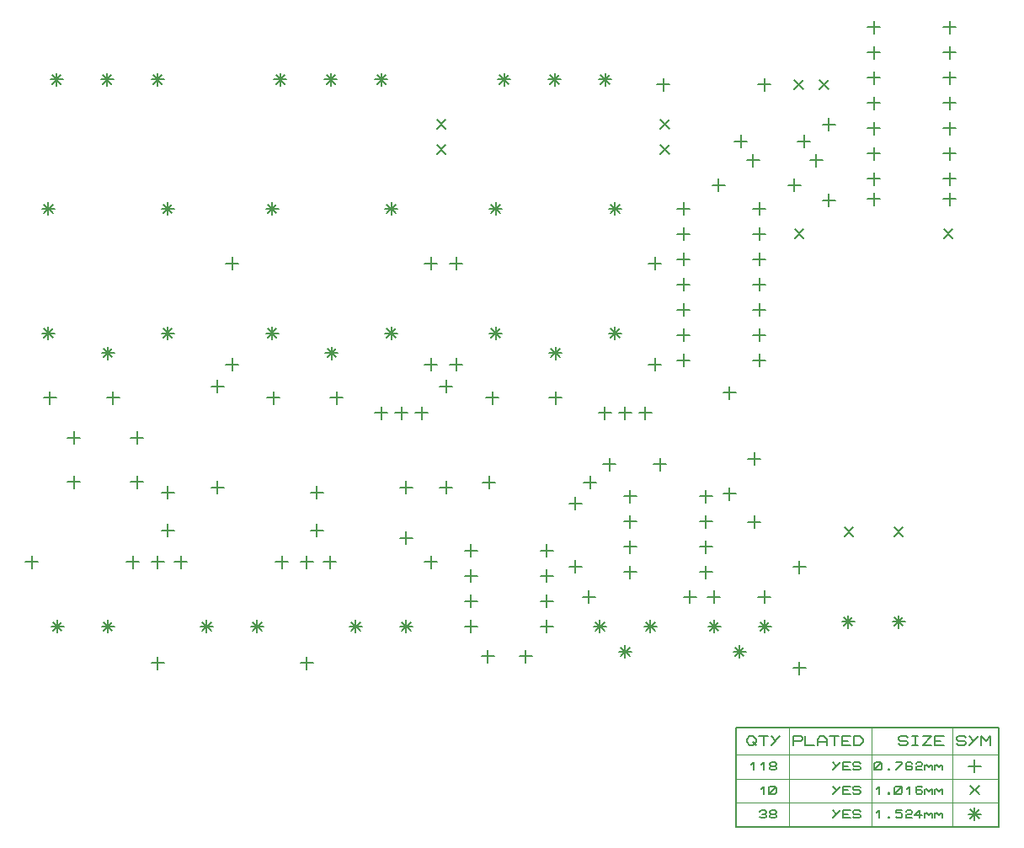
<source format=gbr>
G04 PROTEUS RS274X GERBER FILE*
%FSLAX45Y45*%
%MOMM*%
G01*
%ADD20C,0.203200*%
%ADD21C,0.127000*%
%ADD22C,0.063500*%
D20*
X-992000Y+863500D02*
X-992000Y+736500D01*
X-928500Y+800000D02*
X-1055500Y+800000D01*
X-947099Y+844901D02*
X-1036901Y+755099D01*
X-947099Y+755099D02*
X-1036901Y+844901D01*
X-1500000Y+863500D02*
X-1500000Y+736500D01*
X-1436500Y+800000D02*
X-1563500Y+800000D01*
X-1455099Y+844901D02*
X-1544901Y+755099D01*
X-1455099Y+755099D02*
X-1544901Y+844901D01*
X-3942000Y+6313500D02*
X-3942000Y+6186500D01*
X-3878500Y+6250000D02*
X-4005500Y+6250000D01*
X-3897099Y+6294901D02*
X-3986901Y+6205099D01*
X-3897099Y+6205099D02*
X-3986901Y+6294901D01*
X-4450000Y+6313500D02*
X-4450000Y+6186500D01*
X-4386500Y+6250000D02*
X-4513500Y+6250000D01*
X-4405099Y+6294901D02*
X-4494901Y+6205099D01*
X-4405099Y+6205099D02*
X-4494901Y+6294901D01*
X-4958000Y+6313500D02*
X-4958000Y+6186500D01*
X-4894500Y+6250000D02*
X-5021500Y+6250000D01*
X-4913099Y+6294901D02*
X-5002901Y+6205099D01*
X-4913099Y+6205099D02*
X-5002901Y+6294901D01*
X-8442000Y+6313500D02*
X-8442000Y+6186500D01*
X-8378500Y+6250000D02*
X-8505500Y+6250000D01*
X-8397099Y+6294901D02*
X-8486901Y+6205099D01*
X-8397099Y+6205099D02*
X-8486901Y+6294901D01*
X-8950000Y+6313500D02*
X-8950000Y+6186500D01*
X-8886500Y+6250000D02*
X-9013500Y+6250000D01*
X-8905099Y+6294901D02*
X-8994901Y+6205099D01*
X-8905099Y+6205099D02*
X-8994901Y+6294901D01*
X-9458000Y+6313500D02*
X-9458000Y+6186500D01*
X-9394500Y+6250000D02*
X-9521500Y+6250000D01*
X-9413099Y+6294901D02*
X-9502901Y+6205099D01*
X-9413099Y+6205099D02*
X-9502901Y+6294901D01*
X-6192000Y+6313500D02*
X-6192000Y+6186500D01*
X-6128500Y+6250000D02*
X-6255500Y+6250000D01*
X-6147099Y+6294901D02*
X-6236901Y+6205099D01*
X-6147099Y+6205099D02*
X-6236901Y+6294901D01*
X-6700000Y+6313500D02*
X-6700000Y+6186500D01*
X-6636500Y+6250000D02*
X-6763500Y+6250000D01*
X-6655099Y+6294901D02*
X-6744901Y+6205099D01*
X-6655099Y+6205099D02*
X-6744901Y+6294901D01*
X-7208000Y+6313500D02*
X-7208000Y+6186500D01*
X-7144500Y+6250000D02*
X-7271500Y+6250000D01*
X-7163099Y+6294901D02*
X-7252901Y+6205099D01*
X-7163099Y+6205099D02*
X-7252901Y+6294901D01*
X-3842000Y+3763500D02*
X-3842000Y+3636500D01*
X-3778500Y+3700000D02*
X-3905500Y+3700000D01*
X-3797099Y+3744901D02*
X-3886901Y+3655099D01*
X-3797099Y+3655099D02*
X-3886901Y+3744901D01*
X-5042000Y+3763500D02*
X-5042000Y+3636500D01*
X-4978500Y+3700000D02*
X-5105500Y+3700000D01*
X-4997099Y+3744901D02*
X-5086901Y+3655099D01*
X-4997099Y+3655099D02*
X-5086901Y+3744901D01*
X-4442000Y+3563500D02*
X-4442000Y+3436500D01*
X-4378500Y+3500000D02*
X-4505500Y+3500000D01*
X-4397099Y+3544901D02*
X-4486901Y+3455099D01*
X-4397099Y+3455099D02*
X-4486901Y+3544901D01*
X-5042000Y+5013500D02*
X-5042000Y+4886500D01*
X-4978500Y+4950000D02*
X-5105500Y+4950000D01*
X-4997099Y+4994901D02*
X-5086901Y+4905099D01*
X-4997099Y+4905099D02*
X-5086901Y+4994901D01*
X-3842000Y+5013500D02*
X-3842000Y+4886500D01*
X-3778500Y+4950000D02*
X-3905500Y+4950000D01*
X-3797099Y+4994901D02*
X-3886901Y+4905099D01*
X-3797099Y+4905099D02*
X-3886901Y+4994901D01*
X-6092000Y+3763500D02*
X-6092000Y+3636500D01*
X-6028500Y+3700000D02*
X-6155500Y+3700000D01*
X-6047099Y+3744901D02*
X-6136901Y+3655099D01*
X-6047099Y+3655099D02*
X-6136901Y+3744901D01*
X-7292000Y+3763500D02*
X-7292000Y+3636500D01*
X-7228500Y+3700000D02*
X-7355500Y+3700000D01*
X-7247099Y+3744901D02*
X-7336901Y+3655099D01*
X-7247099Y+3655099D02*
X-7336901Y+3744901D01*
X-6692000Y+3563500D02*
X-6692000Y+3436500D01*
X-6628500Y+3500000D02*
X-6755500Y+3500000D01*
X-6647099Y+3544901D02*
X-6736901Y+3455099D01*
X-6647099Y+3455099D02*
X-6736901Y+3544901D01*
X-7292000Y+5013500D02*
X-7292000Y+4886500D01*
X-7228500Y+4950000D02*
X-7355500Y+4950000D01*
X-7247099Y+4994901D02*
X-7336901Y+4905099D01*
X-7247099Y+4905099D02*
X-7336901Y+4994901D01*
X-6092000Y+5013500D02*
X-6092000Y+4886500D01*
X-6028500Y+4950000D02*
X-6155500Y+4950000D01*
X-6047099Y+4994901D02*
X-6136901Y+4905099D01*
X-6047099Y+4905099D02*
X-6136901Y+4994901D01*
X-8342000Y+3763500D02*
X-8342000Y+3636500D01*
X-8278500Y+3700000D02*
X-8405500Y+3700000D01*
X-8297099Y+3744901D02*
X-8386901Y+3655099D01*
X-8297099Y+3655099D02*
X-8386901Y+3744901D01*
X-9542000Y+3763500D02*
X-9542000Y+3636500D01*
X-9478500Y+3700000D02*
X-9605500Y+3700000D01*
X-9497099Y+3744901D02*
X-9586901Y+3655099D01*
X-9497099Y+3655099D02*
X-9586901Y+3744901D01*
X-8942000Y+3563500D02*
X-8942000Y+3436500D01*
X-8878500Y+3500000D02*
X-9005500Y+3500000D01*
X-8897099Y+3544901D02*
X-8986901Y+3455099D01*
X-8897099Y+3455099D02*
X-8986901Y+3544901D01*
X-9542000Y+5013500D02*
X-9542000Y+4886500D01*
X-9478500Y+4950000D02*
X-9605500Y+4950000D01*
X-9497099Y+4994901D02*
X-9586901Y+4905099D01*
X-9497099Y+4905099D02*
X-9586901Y+4994901D01*
X-8342000Y+5013500D02*
X-8342000Y+4886500D01*
X-8278500Y+4950000D02*
X-8405500Y+4950000D01*
X-8297099Y+4994901D02*
X-8386901Y+4905099D01*
X-8297099Y+4905099D02*
X-8386901Y+4994901D01*
X-5942000Y+813500D02*
X-5942000Y+686500D01*
X-5878500Y+750000D02*
X-6005500Y+750000D01*
X-5897099Y+794901D02*
X-5986901Y+705099D01*
X-5897099Y+705099D02*
X-5986901Y+794901D01*
X-6450000Y+813500D02*
X-6450000Y+686500D01*
X-6386500Y+750000D02*
X-6513500Y+750000D01*
X-6405099Y+794901D02*
X-6494901Y+705099D01*
X-6405099Y+705099D02*
X-6494901Y+794901D01*
X-7442000Y+813500D02*
X-7442000Y+686500D01*
X-7378500Y+750000D02*
X-7505500Y+750000D01*
X-7397099Y+794901D02*
X-7486901Y+705099D01*
X-7397099Y+705099D02*
X-7486901Y+794901D01*
X-7950000Y+813500D02*
X-7950000Y+686500D01*
X-7886500Y+750000D02*
X-8013500Y+750000D01*
X-7905099Y+794901D02*
X-7994901Y+705099D01*
X-7905099Y+705099D02*
X-7994901Y+794901D01*
X-8942000Y+813500D02*
X-8942000Y+686500D01*
X-8878500Y+750000D02*
X-9005500Y+750000D01*
X-8897099Y+794901D02*
X-8986901Y+705099D01*
X-8897099Y+705099D02*
X-8986901Y+794901D01*
X-9450000Y+813500D02*
X-9450000Y+686500D01*
X-9386500Y+750000D02*
X-9513500Y+750000D01*
X-9405099Y+794901D02*
X-9494901Y+705099D01*
X-9405099Y+705099D02*
X-9494901Y+794901D01*
X-947099Y+1744901D02*
X-1036901Y+1655099D01*
X-947099Y+1655099D02*
X-1036901Y+1744901D01*
X-1447099Y+1744901D02*
X-1536901Y+1655099D01*
X-1447099Y+1655099D02*
X-1536901Y+1744901D01*
X-447099Y+4744901D02*
X-536901Y+4655099D01*
X-447099Y+4655099D02*
X-536901Y+4744901D01*
X-1947099Y+4744901D02*
X-2036901Y+4655099D01*
X-1947099Y+4655099D02*
X-2036901Y+4744901D01*
X-6942000Y+1463500D02*
X-6942000Y+1336500D01*
X-6878500Y+1400000D02*
X-7005500Y+1400000D01*
X-6942000Y+447500D02*
X-6942000Y+320500D01*
X-6878500Y+384000D02*
X-7005500Y+384000D01*
X-8442000Y+1463500D02*
X-8442000Y+1336500D01*
X-8378500Y+1400000D02*
X-8505500Y+1400000D01*
X-8442000Y+447500D02*
X-8442000Y+320500D01*
X-8378500Y+384000D02*
X-8505500Y+384000D01*
X-8692000Y+1463500D02*
X-8692000Y+1336500D01*
X-8628500Y+1400000D02*
X-8755500Y+1400000D01*
X-9708000Y+1463500D02*
X-9708000Y+1336500D01*
X-9644500Y+1400000D02*
X-9771500Y+1400000D01*
X-4442000Y+3113500D02*
X-4442000Y+2986500D01*
X-4378500Y+3050000D02*
X-4505500Y+3050000D01*
X-5077000Y+3113500D02*
X-5077000Y+2986500D01*
X-5013500Y+3050000D02*
X-5140500Y+3050000D01*
X-6642000Y+3113500D02*
X-6642000Y+2986500D01*
X-6578500Y+3050000D02*
X-6705500Y+3050000D01*
X-7277000Y+3113500D02*
X-7277000Y+2986500D01*
X-7213500Y+3050000D02*
X-7340500Y+3050000D01*
X-8892000Y+3113500D02*
X-8892000Y+2986500D01*
X-8828500Y+3050000D02*
X-8955500Y+3050000D01*
X-9527000Y+3113500D02*
X-9527000Y+2986500D01*
X-9463500Y+3050000D02*
X-9590500Y+3050000D01*
X-6195200Y+2963500D02*
X-6195200Y+2836500D01*
X-6131700Y+2900000D02*
X-6258700Y+2900000D01*
X-5992000Y+2963500D02*
X-5992000Y+2836500D01*
X-5928500Y+2900000D02*
X-6055500Y+2900000D01*
X-5788800Y+2963500D02*
X-5788800Y+2836500D01*
X-5725300Y+2900000D02*
X-5852300Y+2900000D01*
X-3945200Y+2963500D02*
X-3945200Y+2836500D01*
X-3881700Y+2900000D02*
X-4008700Y+2900000D01*
X-3742000Y+2963500D02*
X-3742000Y+2836500D01*
X-3678500Y+2900000D02*
X-3805500Y+2900000D01*
X-3538800Y+2963500D02*
X-3538800Y+2836500D01*
X-3475300Y+2900000D02*
X-3602300Y+2900000D01*
X-5542000Y+3229500D02*
X-5542000Y+3102500D01*
X-5478500Y+3166000D02*
X-5605500Y+3166000D01*
X-5542000Y+2213500D02*
X-5542000Y+2086500D01*
X-5478500Y+2150000D02*
X-5605500Y+2150000D01*
X-7842000Y+3229500D02*
X-7842000Y+3102500D01*
X-7778500Y+3166000D02*
X-7905500Y+3166000D01*
X-7842000Y+2213500D02*
X-7842000Y+2086500D01*
X-7778500Y+2150000D02*
X-7905500Y+2150000D01*
X-5692000Y+1463500D02*
X-5692000Y+1336500D01*
X-5628500Y+1400000D02*
X-5755500Y+1400000D01*
X-6708000Y+1463500D02*
X-6708000Y+1336500D01*
X-6644500Y+1400000D02*
X-6771500Y+1400000D01*
X-7192000Y+1463500D02*
X-7192000Y+1336500D01*
X-7128500Y+1400000D02*
X-7255500Y+1400000D01*
X-8208000Y+1463500D02*
X-8208000Y+1336500D01*
X-8144500Y+1400000D02*
X-8271500Y+1400000D01*
X-6842000Y+2163500D02*
X-6842000Y+2036500D01*
X-6778500Y+2100000D02*
X-6905500Y+2100000D01*
X-6842000Y+1782500D02*
X-6842000Y+1655500D01*
X-6778500Y+1719000D02*
X-6905500Y+1719000D01*
X-8342000Y+2163500D02*
X-8342000Y+2036500D01*
X-8278500Y+2100000D02*
X-8405500Y+2100000D01*
X-8342000Y+1782500D02*
X-8342000Y+1655500D01*
X-8278500Y+1719000D02*
X-8405500Y+1719000D01*
X-2846000Y+813500D02*
X-2846000Y+686500D01*
X-2782500Y+750000D02*
X-2909500Y+750000D01*
X-2801099Y+794901D02*
X-2890901Y+705099D01*
X-2801099Y+705099D02*
X-2890901Y+794901D01*
X-2338000Y+813500D02*
X-2338000Y+686500D01*
X-2274500Y+750000D02*
X-2401500Y+750000D01*
X-2293099Y+794901D02*
X-2382901Y+705099D01*
X-2293099Y+705099D02*
X-2382901Y+794901D01*
X-2592000Y+559500D02*
X-2592000Y+432500D01*
X-2528500Y+496000D02*
X-2655500Y+496000D01*
X-2547099Y+540901D02*
X-2636901Y+451099D01*
X-2547099Y+451099D02*
X-2636901Y+540901D01*
X-3996000Y+813500D02*
X-3996000Y+686500D01*
X-3932500Y+750000D02*
X-4059500Y+750000D01*
X-3951099Y+794901D02*
X-4040901Y+705099D01*
X-3951099Y+705099D02*
X-4040901Y+794901D01*
X-3488000Y+813500D02*
X-3488000Y+686500D01*
X-3424500Y+750000D02*
X-3551500Y+750000D01*
X-3443099Y+794901D02*
X-3532901Y+705099D01*
X-3443099Y+705099D02*
X-3532901Y+794901D01*
X-3742000Y+559500D02*
X-3742000Y+432500D01*
X-3678500Y+496000D02*
X-3805500Y+496000D01*
X-3697099Y+540901D02*
X-3786901Y+451099D01*
X-3697099Y+451099D02*
X-3786901Y+540901D01*
X-5292000Y+813500D02*
X-5292000Y+686500D01*
X-5228500Y+750000D02*
X-5355500Y+750000D01*
X-5292000Y+1067500D02*
X-5292000Y+940500D01*
X-5228500Y+1004000D02*
X-5355500Y+1004000D01*
X-5292000Y+1321500D02*
X-5292000Y+1194500D01*
X-5228500Y+1258000D02*
X-5355500Y+1258000D01*
X-5292000Y+1575500D02*
X-5292000Y+1448500D01*
X-5228500Y+1512000D02*
X-5355500Y+1512000D01*
X-4530000Y+1575500D02*
X-4530000Y+1448500D01*
X-4466500Y+1512000D02*
X-4593500Y+1512000D01*
X-4530000Y+1321500D02*
X-4530000Y+1194500D01*
X-4466500Y+1258000D02*
X-4593500Y+1258000D01*
X-4530000Y+1067500D02*
X-4530000Y+940500D01*
X-4466500Y+1004000D02*
X-4593500Y+1004000D01*
X-4530000Y+813500D02*
X-4530000Y+686500D01*
X-4466500Y+750000D02*
X-4593500Y+750000D01*
X-3692000Y+1363500D02*
X-3692000Y+1236500D01*
X-3628500Y+1300000D02*
X-3755500Y+1300000D01*
X-3692000Y+1617500D02*
X-3692000Y+1490500D01*
X-3628500Y+1554000D02*
X-3755500Y+1554000D01*
X-3692000Y+1871500D02*
X-3692000Y+1744500D01*
X-3628500Y+1808000D02*
X-3755500Y+1808000D01*
X-3692000Y+2125500D02*
X-3692000Y+1998500D01*
X-3628500Y+2062000D02*
X-3755500Y+2062000D01*
X-2930000Y+2125500D02*
X-2930000Y+1998500D01*
X-2866500Y+2062000D02*
X-2993500Y+2062000D01*
X-2930000Y+1871500D02*
X-2930000Y+1744500D01*
X-2866500Y+1808000D02*
X-2993500Y+1808000D01*
X-2930000Y+1617500D02*
X-2930000Y+1490500D01*
X-2866500Y+1554000D02*
X-2993500Y+1554000D01*
X-2930000Y+1363500D02*
X-2930000Y+1236500D01*
X-2866500Y+1300000D02*
X-2993500Y+1300000D01*
X-2442000Y+1863500D02*
X-2442000Y+1736500D01*
X-2378500Y+1800000D02*
X-2505500Y+1800000D01*
X-2442000Y+2498500D02*
X-2442000Y+2371500D01*
X-2378500Y+2435000D02*
X-2505500Y+2435000D01*
X-4242000Y+1418500D02*
X-4242000Y+1291500D01*
X-4178500Y+1355000D02*
X-4305500Y+1355000D01*
X-4242000Y+2053500D02*
X-4242000Y+1926500D01*
X-4178500Y+1990000D02*
X-4305500Y+1990000D01*
X-4092000Y+2263500D02*
X-4092000Y+2136500D01*
X-4028500Y+2200000D02*
X-4155500Y+2200000D01*
X-5108000Y+2263500D02*
X-5108000Y+2136500D01*
X-5044500Y+2200000D02*
X-5171500Y+2200000D01*
X-2692000Y+3163500D02*
X-2692000Y+3036500D01*
X-2628500Y+3100000D02*
X-2755500Y+3100000D01*
X-2692000Y+2147500D02*
X-2692000Y+2020500D01*
X-2628500Y+2084000D02*
X-2755500Y+2084000D01*
X-5442000Y+4463500D02*
X-5442000Y+4336500D01*
X-5378500Y+4400000D02*
X-5505500Y+4400000D01*
X-5442000Y+3447500D02*
X-5442000Y+3320500D01*
X-5378500Y+3384000D02*
X-5505500Y+3384000D01*
X-5692000Y+4463500D02*
X-5692000Y+4336500D01*
X-5628500Y+4400000D02*
X-5755500Y+4400000D01*
X-5692000Y+3447500D02*
X-5692000Y+3320500D01*
X-5628500Y+3384000D02*
X-5755500Y+3384000D01*
X-7692000Y+4463500D02*
X-7692000Y+4336500D01*
X-7628500Y+4400000D02*
X-7755500Y+4400000D01*
X-7692000Y+3447500D02*
X-7692000Y+3320500D01*
X-7628500Y+3384000D02*
X-7755500Y+3384000D01*
X-3442000Y+4463500D02*
X-3442000Y+4336500D01*
X-3378500Y+4400000D02*
X-3505500Y+4400000D01*
X-3442000Y+3447500D02*
X-3442000Y+3320500D01*
X-3378500Y+3384000D02*
X-3505500Y+3384000D01*
X-5547099Y+5844901D02*
X-5636901Y+5755099D01*
X-5547099Y+5755099D02*
X-5636901Y+5844901D01*
X-5547099Y+5590901D02*
X-5636901Y+5501099D01*
X-5547099Y+5501099D02*
X-5636901Y+5590901D01*
X-3297099Y+5844901D02*
X-3386901Y+5755099D01*
X-3297099Y+5755099D02*
X-3386901Y+5844901D01*
X-3297099Y+5590901D02*
X-3386901Y+5501099D01*
X-3297099Y+5501099D02*
X-3386901Y+5590901D01*
X-5942000Y+1705500D02*
X-5942000Y+1578500D01*
X-5878500Y+1642000D02*
X-6005500Y+1642000D01*
X-5942000Y+2213500D02*
X-5942000Y+2086500D01*
X-5878500Y+2150000D02*
X-6005500Y+2150000D01*
X-1242000Y+5313500D02*
X-1242000Y+5186500D01*
X-1178500Y+5250000D02*
X-1305500Y+5250000D01*
X-1242000Y+5567500D02*
X-1242000Y+5440500D01*
X-1178500Y+5504000D02*
X-1305500Y+5504000D01*
X-1242000Y+5821500D02*
X-1242000Y+5694500D01*
X-1178500Y+5758000D02*
X-1305500Y+5758000D01*
X-1242000Y+6075500D02*
X-1242000Y+5948500D01*
X-1178500Y+6012000D02*
X-1305500Y+6012000D01*
X-1242000Y+6329500D02*
X-1242000Y+6202500D01*
X-1178500Y+6266000D02*
X-1305500Y+6266000D01*
X-1242000Y+6583500D02*
X-1242000Y+6456500D01*
X-1178500Y+6520000D02*
X-1305500Y+6520000D01*
X-1242000Y+6837500D02*
X-1242000Y+6710500D01*
X-1178500Y+6774000D02*
X-1305500Y+6774000D01*
X-480000Y+6837500D02*
X-480000Y+6710500D01*
X-416500Y+6774000D02*
X-543500Y+6774000D01*
X-480000Y+6583500D02*
X-480000Y+6456500D01*
X-416500Y+6520000D02*
X-543500Y+6520000D01*
X-480000Y+6329500D02*
X-480000Y+6202500D01*
X-416500Y+6266000D02*
X-543500Y+6266000D01*
X-480000Y+6075500D02*
X-480000Y+5948500D01*
X-416500Y+6012000D02*
X-543500Y+6012000D01*
X-480000Y+5821500D02*
X-480000Y+5694500D01*
X-416500Y+5758000D02*
X-543500Y+5758000D01*
X-480000Y+5567500D02*
X-480000Y+5440500D01*
X-416500Y+5504000D02*
X-543500Y+5504000D01*
X-480000Y+5313500D02*
X-480000Y+5186500D01*
X-416500Y+5250000D02*
X-543500Y+5250000D01*
X-2392000Y+5013500D02*
X-2392000Y+4886500D01*
X-2328500Y+4950000D02*
X-2455500Y+4950000D01*
X-2392000Y+4759500D02*
X-2392000Y+4632500D01*
X-2328500Y+4696000D02*
X-2455500Y+4696000D01*
X-2392000Y+4505500D02*
X-2392000Y+4378500D01*
X-2328500Y+4442000D02*
X-2455500Y+4442000D01*
X-2392000Y+4251500D02*
X-2392000Y+4124500D01*
X-2328500Y+4188000D02*
X-2455500Y+4188000D01*
X-2392000Y+3997500D02*
X-2392000Y+3870500D01*
X-2328500Y+3934000D02*
X-2455500Y+3934000D01*
X-2392000Y+3743500D02*
X-2392000Y+3616500D01*
X-2328500Y+3680000D02*
X-2455500Y+3680000D01*
X-2392000Y+3489500D02*
X-2392000Y+3362500D01*
X-2328500Y+3426000D02*
X-2455500Y+3426000D01*
X-3154000Y+3489500D02*
X-3154000Y+3362500D01*
X-3090500Y+3426000D02*
X-3217500Y+3426000D01*
X-3154000Y+3743500D02*
X-3154000Y+3616500D01*
X-3090500Y+3680000D02*
X-3217500Y+3680000D01*
X-3154000Y+3997500D02*
X-3154000Y+3870500D01*
X-3090500Y+3934000D02*
X-3217500Y+3934000D01*
X-3154000Y+4251500D02*
X-3154000Y+4124500D01*
X-3090500Y+4188000D02*
X-3217500Y+4188000D01*
X-3154000Y+4505500D02*
X-3154000Y+4378500D01*
X-3090500Y+4442000D02*
X-3217500Y+4442000D01*
X-3154000Y+4759500D02*
X-3154000Y+4632500D01*
X-3090500Y+4696000D02*
X-3217500Y+4696000D01*
X-3154000Y+5013500D02*
X-3154000Y+4886500D01*
X-3090500Y+4950000D02*
X-3217500Y+4950000D01*
X-1692000Y+5101500D02*
X-1692000Y+4974500D01*
X-1628500Y+5038000D02*
X-1755500Y+5038000D01*
X-1692000Y+5863500D02*
X-1692000Y+5736500D01*
X-1628500Y+5800000D02*
X-1755500Y+5800000D01*
X-480000Y+5113500D02*
X-480000Y+4986500D01*
X-416500Y+5050000D02*
X-543500Y+5050000D01*
X-1242000Y+5113500D02*
X-1242000Y+4986500D01*
X-1178500Y+5050000D02*
X-1305500Y+5050000D01*
X-1697099Y+6244901D02*
X-1786901Y+6155099D01*
X-1697099Y+6155099D02*
X-1786901Y+6244901D01*
X-1951099Y+6244901D02*
X-2040901Y+6155099D01*
X-1951099Y+6155099D02*
X-2040901Y+6244901D01*
X-2342000Y+6263500D02*
X-2342000Y+6136500D01*
X-2278500Y+6200000D02*
X-2405500Y+6200000D01*
X-3358000Y+6263500D02*
X-3358000Y+6136500D01*
X-3294500Y+6200000D02*
X-3421500Y+6200000D01*
X-3900000Y+2443500D02*
X-3900000Y+2316500D01*
X-3836500Y+2380000D02*
X-3963500Y+2380000D01*
X-3392000Y+2443500D02*
X-3392000Y+2316500D01*
X-3328500Y+2380000D02*
X-3455500Y+2380000D01*
X-2850000Y+1113500D02*
X-2850000Y+986500D01*
X-2786500Y+1050000D02*
X-2913500Y+1050000D01*
X-2342000Y+1113500D02*
X-2342000Y+986500D01*
X-2278500Y+1050000D02*
X-2405500Y+1050000D01*
X-4742000Y+513500D02*
X-4742000Y+386500D01*
X-4678500Y+450000D02*
X-4805500Y+450000D01*
X-5123000Y+513500D02*
X-5123000Y+386500D01*
X-5059500Y+450000D02*
X-5186500Y+450000D01*
X-1992000Y+1413500D02*
X-1992000Y+1286500D01*
X-1928500Y+1350000D02*
X-2055500Y+1350000D01*
X-1992000Y+397500D02*
X-1992000Y+270500D01*
X-1928500Y+334000D02*
X-2055500Y+334000D01*
X-4108000Y+1113500D02*
X-4108000Y+986500D01*
X-4044500Y+1050000D02*
X-4171500Y+1050000D01*
X-3092000Y+1113500D02*
X-3092000Y+986500D01*
X-3028500Y+1050000D02*
X-3155500Y+1050000D01*
X-1822000Y+5503500D02*
X-1822000Y+5376500D01*
X-1758500Y+5440000D02*
X-1885500Y+5440000D01*
X-2457000Y+5503500D02*
X-2457000Y+5376500D01*
X-2393500Y+5440000D02*
X-2520500Y+5440000D01*
X-1942000Y+5693500D02*
X-1942000Y+5566500D01*
X-1878500Y+5630000D02*
X-2005500Y+5630000D01*
X-2577000Y+5693500D02*
X-2577000Y+5566500D01*
X-2513500Y+5630000D02*
X-2640500Y+5630000D01*
X-2804000Y+5253500D02*
X-2804000Y+5126500D01*
X-2740500Y+5190000D02*
X-2867500Y+5190000D01*
X-2042000Y+5253500D02*
X-2042000Y+5126500D01*
X-1978500Y+5190000D02*
X-2105500Y+5190000D01*
X-8650000Y+2713500D02*
X-8650000Y+2586500D01*
X-8586500Y+2650000D02*
X-8713500Y+2650000D01*
X-9285000Y+2713500D02*
X-9285000Y+2586500D01*
X-9221500Y+2650000D02*
X-9348500Y+2650000D01*
X-9285000Y+2269000D02*
X-9285000Y+2142000D01*
X-9221500Y+2205500D02*
X-9348500Y+2205500D01*
X-8650000Y+2269000D02*
X-8650000Y+2142000D01*
X-8586500Y+2205500D02*
X-8713500Y+2205500D01*
D21*
X-2625980Y-1267460D02*
X+18160Y-1267460D01*
X+18160Y-264160D01*
X-2625980Y-264160D01*
X-2625980Y-1267460D01*
D22*
X-449202Y-264160D02*
X-449202Y-1267460D01*
X-1262002Y-264160D02*
X-1262002Y-1267460D01*
X-2095122Y-264160D02*
X-2095122Y-1267460D01*
X+18160Y-537210D02*
X-2625980Y-537210D01*
X+18160Y-778510D02*
X-2625980Y-778510D01*
X+18160Y-1019810D02*
X-2625980Y-1019810D01*
D21*
X-404750Y-427990D02*
X-389510Y-443230D01*
X-328550Y-443230D01*
X-313310Y-427990D01*
X-313310Y-412750D01*
X-328550Y-397510D01*
X-389510Y-397510D01*
X-404750Y-382270D01*
X-404750Y-367030D01*
X-389510Y-351790D01*
X-328550Y-351790D01*
X-313310Y-367030D01*
X-191390Y-351790D02*
X-282830Y-443230D01*
X-282830Y-351790D02*
X-237110Y-397510D01*
X-160910Y-443230D02*
X-160910Y-351790D01*
X-115190Y-397510D01*
X-69470Y-351790D01*
X-69470Y-443230D01*
X-994030Y-427990D02*
X-978790Y-443230D01*
X-917830Y-443230D01*
X-902590Y-427990D01*
X-902590Y-412750D01*
X-917830Y-397510D01*
X-978790Y-397510D01*
X-994030Y-382270D01*
X-994030Y-367030D01*
X-978790Y-351790D01*
X-917830Y-351790D01*
X-902590Y-367030D01*
X-856870Y-351790D02*
X-795910Y-351790D01*
X-826390Y-351790D02*
X-826390Y-443230D01*
X-856870Y-443230D02*
X-795910Y-443230D01*
X-750190Y-351790D02*
X-658750Y-351790D01*
X-750190Y-443230D01*
X-658750Y-443230D01*
X-536830Y-443230D02*
X-628270Y-443230D01*
X-628270Y-351790D01*
X-536830Y-351790D01*
X-628270Y-397510D02*
X-567310Y-397510D01*
X-2050670Y-443230D02*
X-2050670Y-351790D01*
X-1974470Y-351790D01*
X-1959230Y-367030D01*
X-1959230Y-382270D01*
X-1974470Y-397510D01*
X-2050670Y-397510D01*
X-1928750Y-351790D02*
X-1928750Y-443230D01*
X-1837310Y-443230D01*
X-1806830Y-443230D02*
X-1806830Y-382270D01*
X-1776350Y-351790D01*
X-1745870Y-351790D01*
X-1715390Y-382270D01*
X-1715390Y-443230D01*
X-1806830Y-412750D02*
X-1715390Y-412750D01*
X-1684910Y-351790D02*
X-1593470Y-351790D01*
X-1639190Y-351790D02*
X-1639190Y-443230D01*
X-1471550Y-443230D02*
X-1562990Y-443230D01*
X-1562990Y-351790D01*
X-1471550Y-351790D01*
X-1562990Y-397510D02*
X-1502030Y-397510D01*
X-1441070Y-443230D02*
X-1441070Y-351790D01*
X-1380110Y-351790D01*
X-1349630Y-382270D01*
X-1349630Y-412750D01*
X-1380110Y-443230D01*
X-1441070Y-443230D01*
X-2518030Y-382270D02*
X-2487550Y-351790D01*
X-2457070Y-351790D01*
X-2426590Y-382270D01*
X-2426590Y-412750D01*
X-2457070Y-443230D01*
X-2487550Y-443230D01*
X-2518030Y-412750D01*
X-2518030Y-382270D01*
X-2457070Y-412750D02*
X-2426590Y-443230D01*
X-2396110Y-351790D02*
X-2304670Y-351790D01*
X-2350390Y-351790D02*
X-2350390Y-443230D01*
X-2182750Y-351790D02*
X-2274190Y-443230D01*
X-2274190Y-351790D02*
X-2228470Y-397510D01*
D20*
X-228220Y-588010D02*
X-228220Y-715010D01*
X-164720Y-651510D02*
X-291720Y-651510D01*
D21*
X-1236600Y-676910D02*
X-1236600Y-626110D01*
X-1223900Y-613410D01*
X-1173100Y-613410D01*
X-1160400Y-626110D01*
X-1160400Y-676910D01*
X-1173100Y-689610D01*
X-1223900Y-689610D01*
X-1236600Y-676910D01*
X-1236600Y-689610D02*
X-1160400Y-613410D01*
X-1096900Y-676910D02*
X-1084200Y-676910D01*
X-1084200Y-689610D01*
X-1096900Y-689610D01*
X-1096900Y-676910D01*
X-1020700Y-613410D02*
X-957200Y-613410D01*
X-957200Y-626110D01*
X-1020700Y-689610D01*
X-855600Y-626110D02*
X-868300Y-613410D01*
X-906400Y-613410D01*
X-919100Y-626110D01*
X-919100Y-676910D01*
X-906400Y-689610D01*
X-868300Y-689610D01*
X-855600Y-676910D01*
X-855600Y-664210D01*
X-868300Y-651510D01*
X-919100Y-651510D01*
X-817500Y-626110D02*
X-804800Y-613410D01*
X-766700Y-613410D01*
X-754000Y-626110D01*
X-754000Y-638810D01*
X-766700Y-651510D01*
X-804800Y-651510D01*
X-817500Y-664210D01*
X-817500Y-689610D01*
X-754000Y-689610D01*
X-728600Y-689610D02*
X-728600Y-638810D01*
X-728600Y-651510D02*
X-715900Y-638810D01*
X-690500Y-664210D01*
X-665100Y-638810D01*
X-652400Y-651510D01*
X-652400Y-689610D01*
X-627000Y-689610D02*
X-627000Y-638810D01*
X-627000Y-651510D02*
X-614300Y-638810D01*
X-588900Y-664210D01*
X-563500Y-638810D01*
X-550800Y-651510D01*
X-550800Y-689610D01*
X-1579500Y-613410D02*
X-1655700Y-689610D01*
X-1655700Y-613410D02*
X-1617600Y-651510D01*
X-1477900Y-689610D02*
X-1554100Y-689610D01*
X-1554100Y-613410D01*
X-1477900Y-613410D01*
X-1554100Y-651510D02*
X-1503300Y-651510D01*
X-1452500Y-676910D02*
X-1439800Y-689610D01*
X-1389000Y-689610D01*
X-1376300Y-676910D01*
X-1376300Y-664210D01*
X-1389000Y-651510D01*
X-1439800Y-651510D01*
X-1452500Y-638810D01*
X-1452500Y-626110D01*
X-1439800Y-613410D01*
X-1389000Y-613410D01*
X-1376300Y-626110D01*
X-2476120Y-638810D02*
X-2450720Y-613410D01*
X-2450720Y-689610D01*
X-2374520Y-638810D02*
X-2349120Y-613410D01*
X-2349120Y-689610D01*
X-2272920Y-651510D02*
X-2285620Y-638810D01*
X-2285620Y-626110D01*
X-2272920Y-613410D01*
X-2234820Y-613410D01*
X-2222120Y-626110D01*
X-2222120Y-638810D01*
X-2234820Y-651510D01*
X-2272920Y-651510D01*
X-2285620Y-664210D01*
X-2285620Y-676910D01*
X-2272920Y-689610D01*
X-2234820Y-689610D01*
X-2222120Y-676910D01*
X-2222120Y-664210D01*
X-2234820Y-651510D01*
D20*
X-183319Y-847909D02*
X-273121Y-937711D01*
X-183319Y-937711D02*
X-273121Y-847909D01*
D21*
X-1211200Y-880110D02*
X-1185800Y-854710D01*
X-1185800Y-930910D01*
X-1096900Y-918210D02*
X-1084200Y-918210D01*
X-1084200Y-930910D01*
X-1096900Y-930910D01*
X-1096900Y-918210D01*
X-1033400Y-918210D02*
X-1033400Y-867410D01*
X-1020700Y-854710D01*
X-969900Y-854710D01*
X-957200Y-867410D01*
X-957200Y-918210D01*
X-969900Y-930910D01*
X-1020700Y-930910D01*
X-1033400Y-918210D01*
X-1033400Y-930910D02*
X-957200Y-854710D01*
X-906400Y-880110D02*
X-881000Y-854710D01*
X-881000Y-930910D01*
X-754000Y-867410D02*
X-766700Y-854710D01*
X-804800Y-854710D01*
X-817500Y-867410D01*
X-817500Y-918210D01*
X-804800Y-930910D01*
X-766700Y-930910D01*
X-754000Y-918210D01*
X-754000Y-905510D01*
X-766700Y-892810D01*
X-817500Y-892810D01*
X-728600Y-930910D02*
X-728600Y-880110D01*
X-728600Y-892810D02*
X-715900Y-880110D01*
X-690500Y-905510D01*
X-665100Y-880110D01*
X-652400Y-892810D01*
X-652400Y-930910D01*
X-627000Y-930910D02*
X-627000Y-880110D01*
X-627000Y-892810D02*
X-614300Y-880110D01*
X-588900Y-905510D01*
X-563500Y-880110D01*
X-550800Y-892810D01*
X-550800Y-930910D01*
X-1579500Y-854710D02*
X-1655700Y-930910D01*
X-1655700Y-854710D02*
X-1617600Y-892810D01*
X-1477900Y-930910D02*
X-1554100Y-930910D01*
X-1554100Y-854710D01*
X-1477900Y-854710D01*
X-1554100Y-892810D02*
X-1503300Y-892810D01*
X-1452500Y-918210D02*
X-1439800Y-930910D01*
X-1389000Y-930910D01*
X-1376300Y-918210D01*
X-1376300Y-905510D01*
X-1389000Y-892810D01*
X-1439800Y-892810D01*
X-1452500Y-880110D01*
X-1452500Y-867410D01*
X-1439800Y-854710D01*
X-1389000Y-854710D01*
X-1376300Y-867410D01*
X-2374520Y-880110D02*
X-2349120Y-854710D01*
X-2349120Y-930910D01*
X-2298320Y-918210D02*
X-2298320Y-867410D01*
X-2285620Y-854710D01*
X-2234820Y-854710D01*
X-2222120Y-867410D01*
X-2222120Y-918210D01*
X-2234820Y-930910D01*
X-2285620Y-930910D01*
X-2298320Y-918210D01*
X-2298320Y-930910D02*
X-2222120Y-854710D01*
D20*
X-228220Y-1070610D02*
X-228220Y-1197610D01*
X-164720Y-1134110D02*
X-291720Y-1134110D01*
X-183319Y-1089209D02*
X-273121Y-1179011D01*
X-183319Y-1179011D02*
X-273121Y-1089209D01*
D21*
X-1211200Y-1121410D02*
X-1185800Y-1096010D01*
X-1185800Y-1172210D01*
X-1096900Y-1159510D02*
X-1084200Y-1159510D01*
X-1084200Y-1172210D01*
X-1096900Y-1172210D01*
X-1096900Y-1159510D01*
X-957200Y-1096010D02*
X-1020700Y-1096010D01*
X-1020700Y-1121410D01*
X-969900Y-1121410D01*
X-957200Y-1134110D01*
X-957200Y-1159510D01*
X-969900Y-1172210D01*
X-1008000Y-1172210D01*
X-1020700Y-1159510D01*
X-919100Y-1108710D02*
X-906400Y-1096010D01*
X-868300Y-1096010D01*
X-855600Y-1108710D01*
X-855600Y-1121410D01*
X-868300Y-1134110D01*
X-906400Y-1134110D01*
X-919100Y-1146810D01*
X-919100Y-1172210D01*
X-855600Y-1172210D01*
X-754000Y-1146810D02*
X-830200Y-1146810D01*
X-779400Y-1096010D01*
X-779400Y-1172210D01*
X-728600Y-1172210D02*
X-728600Y-1121410D01*
X-728600Y-1134110D02*
X-715900Y-1121410D01*
X-690500Y-1146810D01*
X-665100Y-1121410D01*
X-652400Y-1134110D01*
X-652400Y-1172210D01*
X-627000Y-1172210D02*
X-627000Y-1121410D01*
X-627000Y-1134110D02*
X-614300Y-1121410D01*
X-588900Y-1146810D01*
X-563500Y-1121410D01*
X-550800Y-1134110D01*
X-550800Y-1172210D01*
X-1579500Y-1096010D02*
X-1655700Y-1172210D01*
X-1655700Y-1096010D02*
X-1617600Y-1134110D01*
X-1477900Y-1172210D02*
X-1554100Y-1172210D01*
X-1554100Y-1096010D01*
X-1477900Y-1096010D01*
X-1554100Y-1134110D02*
X-1503300Y-1134110D01*
X-1452500Y-1159510D02*
X-1439800Y-1172210D01*
X-1389000Y-1172210D01*
X-1376300Y-1159510D01*
X-1376300Y-1146810D01*
X-1389000Y-1134110D01*
X-1439800Y-1134110D01*
X-1452500Y-1121410D01*
X-1452500Y-1108710D01*
X-1439800Y-1096010D01*
X-1389000Y-1096010D01*
X-1376300Y-1108710D01*
X-2387220Y-1108710D02*
X-2374520Y-1096010D01*
X-2336420Y-1096010D01*
X-2323720Y-1108710D01*
X-2323720Y-1121410D01*
X-2336420Y-1134110D01*
X-2323720Y-1146810D01*
X-2323720Y-1159510D01*
X-2336420Y-1172210D01*
X-2374520Y-1172210D01*
X-2387220Y-1159510D01*
X-2361820Y-1134110D02*
X-2336420Y-1134110D01*
X-2272920Y-1134110D02*
X-2285620Y-1121410D01*
X-2285620Y-1108710D01*
X-2272920Y-1096010D01*
X-2234820Y-1096010D01*
X-2222120Y-1108710D01*
X-2222120Y-1121410D01*
X-2234820Y-1134110D01*
X-2272920Y-1134110D01*
X-2285620Y-1146810D01*
X-2285620Y-1159510D01*
X-2272920Y-1172210D01*
X-2234820Y-1172210D01*
X-2222120Y-1159510D01*
X-2222120Y-1146810D01*
X-2234820Y-1134110D01*
M02*

</source>
